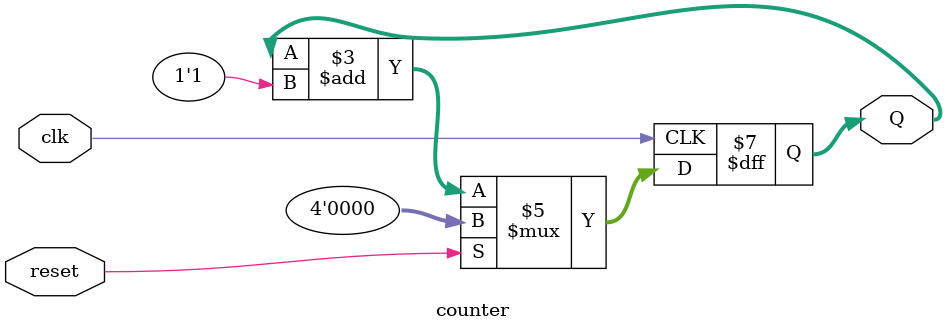
<source format=sv>
module counter
#(
    parameter WIDTH = 4
)
(
    input logic clk,
    input logic reset,
    output logic [WIDTH-1:0] Q
);

    always_ff @(posedge clk) begin
        if (reset == 1'b1)
            Q <= '0;
        else
            Q <= Q + 1'b1;
    end

endmodule
</source>
